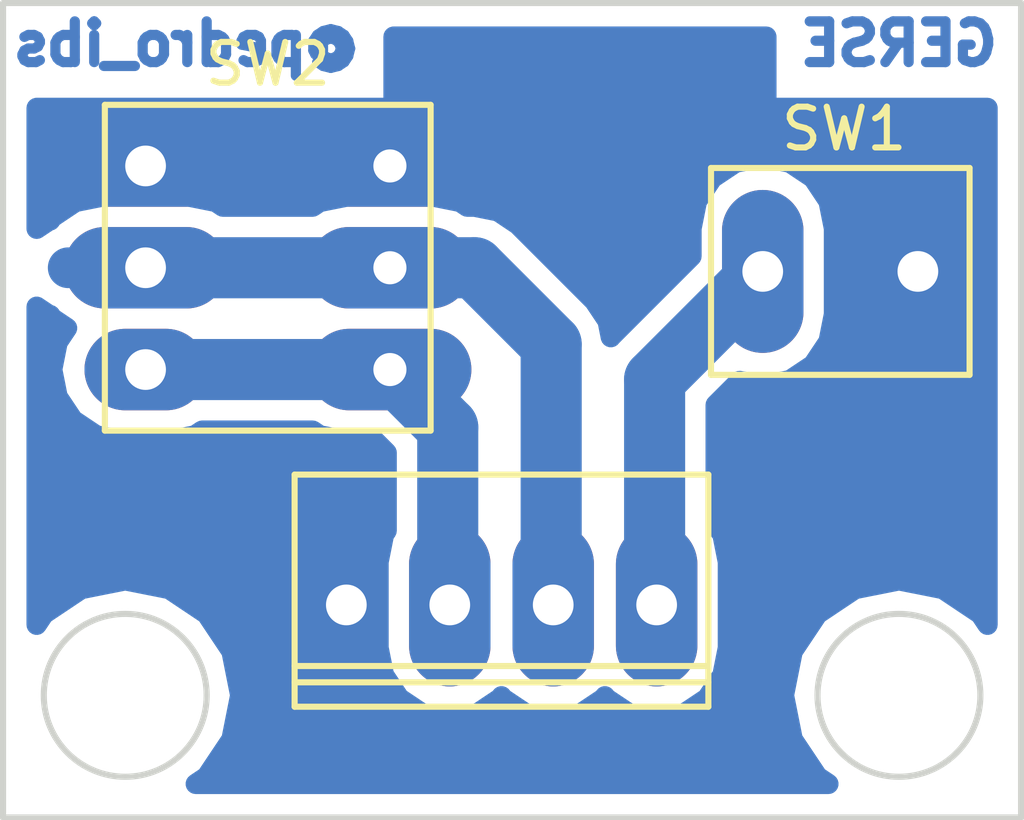
<source format=kicad_pcb>
(kicad_pcb (version 4) (host pcbnew 4.0.2+dfsg1-stable)

  (general
    (links 8)
    (no_connects 0)
    (area 14.924999 14.924999 40.075001 35.075001)
    (thickness 1.6)
    (drawings 8)
    (tracks 13)
    (zones 0)
    (modules 3)
    (nets 5)
  )

  (page A4)
  (title_block
    (title "Módulo Botão molex 2510 4 pinos")
    (date 2017-07-11)
    (rev 1.2)
    (company "Shield Sensor Base Grover GERSE")
    (comment 2 "Pedro Igor B. S.")
  )

  (layers
    (0 F.Cu signal)
    (31 B.Cu signal)
    (32 B.Adhes user)
    (33 F.Adhes user)
    (34 B.Paste user)
    (35 F.Paste user)
    (36 B.SilkS user)
    (37 F.SilkS user)
    (38 B.Mask user)
    (39 F.Mask user)
    (40 Dwgs.User user)
    (41 Cmts.User user)
    (42 Eco1.User user)
    (43 Eco2.User user)
    (44 Edge.Cuts user)
    (45 Margin user)
    (46 B.CrtYd user)
    (47 F.CrtYd user)
    (48 B.Fab user)
    (49 F.Fab user)
  )

  (setup
    (last_trace_width 1.5)
    (user_trace_width 0.8)
    (user_trace_width 1)
    (user_trace_width 1.5)
    (user_trace_width 2)
    (user_trace_width 2.5)
    (user_trace_width 3)
    (trace_clearance 0.2)
    (zone_clearance 0.5)
    (zone_45_only no)
    (trace_min 0.2)
    (segment_width 0.15)
    (edge_width 0.15)
    (via_size 0.6)
    (via_drill 0.4)
    (via_min_size 0.4)
    (via_min_drill 0.3)
    (user_via 1.5 1)
    (user_via 2 1)
    (user_via 2.5 1)
    (user_via 3 1)
    (uvia_size 0.3)
    (uvia_drill 0.1)
    (uvias_allowed no)
    (uvia_min_size 0.2)
    (uvia_min_drill 0.1)
    (pcb_text_width 0.3)
    (pcb_text_size 1.5 1.5)
    (mod_edge_width 0.15)
    (mod_text_size 1 1)
    (mod_text_width 0.15)
    (pad_size 2 4)
    (pad_drill 0.8128)
    (pad_to_mask_clearance 0.2)
    (aux_axis_origin 0 0)
    (grid_origin 12 12)
    (visible_elements 7FFFFF7F)
    (pcbplotparams
      (layerselection 0x00030_80000001)
      (usegerberextensions false)
      (excludeedgelayer true)
      (linewidth 0.100000)
      (plotframeref false)
      (viasonmask false)
      (mode 1)
      (useauxorigin false)
      (hpglpennumber 1)
      (hpglpenspeed 20)
      (hpglpendiameter 15)
      (hpglpenoverlay 2)
      (psnegative false)
      (psa4output false)
      (plotreference true)
      (plotvalue true)
      (plotinvisibletext false)
      (padsonsilk false)
      (subtractmaskfromsilk false)
      (outputformat 1)
      (mirror false)
      (drillshape 1)
      (scaleselection 1)
      (outputdirectory ""))
  )

  (net 0 "")
  (net 1 P9)
  (net 2 P10)
  (net 3 GND)
  (net 4 VCC)

  (net_class Default "This is the default net class."
    (clearance 0.2)
    (trace_width 0.25)
    (via_dia 0.6)
    (via_drill 0.4)
    (uvia_dia 0.3)
    (uvia_drill 0.1)
    (add_net GND)
    (add_net P10)
    (add_net P9)
    (add_net VCC)
  )

  (module MY_kicad:BUTTON2P (layer F.Cu) (tedit 5975581E) (tstamp 59655970)
    (at 33.655 21.59)
    (path /594D8697)
    (fp_text reference SW1 (at 2 -3.5) (layer F.SilkS)
      (effects (font (size 1 1) (thickness 0.15)))
    )
    (fp_text value SW_PUSH (at 0 -3.81) (layer F.Fab) hide
      (effects (font (size 1 1) (thickness 0.15)))
    )
    (fp_line (start 5.08 2.54) (end 5.08 -2.54) (layer F.SilkS) (width 0.15))
    (fp_line (start 5.08 -2.54) (end -1.27 -2.54) (layer F.SilkS) (width 0.15))
    (fp_line (start -1.27 -2.54) (end -1.27 2.54) (layer F.SilkS) (width 0.15))
    (fp_line (start -1.27 2.54) (end 5.08 2.54) (layer F.SilkS) (width 0.15))
    (pad 1 thru_hole oval (at 0 0) (size 2 4) (drill 1) (layers *.Cu *.Mask)
      (net 1 P9))
    (pad 2 thru_hole oval (at 3.81 0) (size 2 4) (drill 1) (layers *.Cu *.Mask)
      (net 3 GND))
  )

  (module MY_kicad:molex_2510 (layer F.Cu) (tedit 59755830) (tstamp 5965596A)
    (at 23.43 29.78)
    (path /594D8BEF)
    (fp_text reference P6 (at 0 -3.81) (layer F.SilkS) hide
      (effects (font (size 1 1) (thickness 0.15)))
    )
    (fp_text value CON5 (at 3.69 -2.43) (layer F.Fab) hide
      (effects (font (size 1 1) (thickness 0.15)))
    )
    (fp_line (start -1.27 1.5) (end 8.89 1.5) (layer F.SilkS) (width 0.15))
    (fp_line (start -1.27 1.9) (end 8.89 1.9) (layer F.SilkS) (width 0.15))
    (fp_line (start 8.89 2.5) (end 8.89 -3.2) (layer F.SilkS) (width 0.15))
    (fp_line (start -1.27 -3.2) (end 8.89 -3.2) (layer F.SilkS) (width 0.15))
    (fp_line (start -1.27 2.5) (end -1.27 -3.2) (layer F.SilkS) (width 0.15))
    (fp_line (start -1.27 2.5) (end 8.89 2.5) (layer F.SilkS) (width 0.15))
    (pad 1 thru_hole oval (at 0 0) (size 2 4) (drill 1) (layers *.Cu *.Mask)
      (net 3 GND))
    (pad 2 thru_hole oval (at 2.54 0) (size 2 4) (drill 1) (layers *.Cu *.Mask)
      (net 4 VCC))
    (pad 3 thru_hole oval (at 5.08 0) (size 2 4) (drill 1) (layers *.Cu *.Mask)
      (net 2 P10))
    (pad 4 thru_hole oval (at 7.62 0) (size 2 4) (drill 1) (layers *.Cu *.Mask)
      (net 1 P9))
  )

  (module Buttons_Switches_ThroughHole:SW_PUSH_x2 (layer F.Cu) (tedit 59755815) (tstamp 5965597A)
    (at 18.5 19 270)
    (descr "Vertical Push Switch")
    (tags "SWITCH DEV PB_22E18 PB_22E19")
    (path /594D91BC)
    (fp_text reference SW2 (at -2.5 -3 360) (layer F.SilkS)
      (effects (font (size 1 1) (thickness 0.15)))
    )
    (fp_text value SP6T (at 2.4765 -8.382 270) (layer F.Fab) hide
      (effects (font (size 1 1) (thickness 0.15)))
    )
    (fp_line (start -1.905 -7.4295) (end 6.9215 -7.4295) (layer F.CrtYd) (width 0.05))
    (fp_line (start 6.9215 -7.4295) (end 6.9215 1.397) (layer F.CrtYd) (width 0.05))
    (fp_line (start -1.905 -7.4295) (end -1.905 1.397) (layer F.CrtYd) (width 0.05))
    (fp_line (start -1.905 1.397) (end 6.9215 1.397) (layer F.CrtYd) (width 0.05))
    (fp_line (start -1.5 1) (end 6.5 1) (layer F.SilkS) (width 0.15))
    (fp_line (start 6.5 1) (end 6.5 -7) (layer F.SilkS) (width 0.15))
    (fp_line (start 6.5 -7) (end -1.5 -7) (layer F.SilkS) (width 0.15))
    (fp_line (start -1.5 -7) (end -1.5 1) (layer F.SilkS) (width 0.15))
    (pad 1 thru_hole oval (at 0 0 270) (size 2 4) (drill 1) (layers *.Cu *.Mask)
      (net 3 GND))
    (pad 2 thru_hole oval (at 2.5 0 270) (size 2 4) (drill 1) (layers *.Cu B.Mask)
      (net 2 P10))
    (pad 3 thru_hole oval (at 5 0 270) (size 2 3) (drill 1) (layers *.Cu *.Mask)
      (net 4 VCC))
    (pad 4 thru_hole oval (at 5 -6 270) (size 2 4) (drill 0.8128) (layers *.Cu *.Mask)
      (net 4 VCC))
    (pad 5 thru_hole oval (at 2.5 -6 270) (size 2 4) (drill 0.8128) (layers *.Cu *.Mask)
      (net 2 P10))
    (pad 6 thru_hole oval (at 0 -6 270) (size 2 4) (drill 0.8128) (layers *.Cu *.Mask)
      (net 3 GND))
  )

  (gr_text GERSE (at 37 16) (layer B.Cu)
    (effects (font (size 1 1) (thickness 0.25)) (justify mirror))
  )
  (gr_text @pedro_ibs (at 19.5 16) (layer B.Cu)
    (effects (font (size 1 1) (thickness 0.25)) (justify mirror))
  )
  (gr_circle (center 37 32) (end 39 32) (layer Edge.Cuts) (width 0.15))
  (gr_circle (center 18 32) (end 20 32) (layer Edge.Cuts) (width 0.15))
  (gr_line (start 40 15) (end 15 15) (angle 90) (layer Edge.Cuts) (width 0.15))
  (gr_line (start 40 35) (end 40 15) (angle 90) (layer Edge.Cuts) (width 0.15))
  (gr_line (start 15 35) (end 40 35) (angle 90) (layer Edge.Cuts) (width 0.15))
  (gr_line (start 15 15) (end 15 35) (angle 90) (layer Edge.Cuts) (width 0.15))

  (segment (start 31 30) (end 31 24.245) (width 1.5) (layer B.Cu) (net 1))
  (segment (start 31 24.245) (end 33.655 21.59) (width 1.5) (layer B.Cu) (net 1) (tstamp 5966D472))
  (segment (start 33.745 21.5) (end 33.655 21.59) (width 1.5) (layer B.Cu) (net 1) (tstamp 5966D2FD) (status 30))
  (segment (start 24.5 21.5) (end 26.58 21.5) (width 1.5) (layer B.Cu) (net 2))
  (segment (start 16.6 21.5) (end 18.5 21.5) (width 1) (layer B.Cu) (net 2) (tstamp 5966D3F7))
  (segment (start 28.46 23.38) (end 28.46 30) (width 1.5) (layer B.Cu) (net 2) (tstamp 5966D479))
  (segment (start 26.58 21.5) (end 28.46 23.38) (width 1.5) (layer B.Cu) (net 2) (tstamp 5966D477))
  (segment (start 17.5 21.5) (end 18.5 21.5) (width 1) (layer B.Cu) (net 2) (tstamp 59655AE4))
  (segment (start 18.5 21.5) (end 17.5 21.5) (width 1.5) (layer B.Cu) (net 2))
  (segment (start 24.5 21.5) (end 18.5 21.5) (width 1.5) (layer B.Cu) (net 2))
  (segment (start 25.92 30) (end 25.92 25.42) (width 1.5) (layer B.Cu) (net 4))
  (segment (start 25.92 25.42) (end 24.5 24) (width 1.5) (layer B.Cu) (net 4) (tstamp 5966D47D))
  (segment (start 18.5 24) (end 24.5 24) (width 1.5) (layer B.Cu) (net 4))

  (zone (net 3) (net_name GND) (layer B.Cu) (tstamp 596559F4) (hatch edge 0.508)
    (connect_pads yes (clearance 0.5))
    (min_thickness 0.5)
    (fill yes (arc_segments 16) (thermal_gap 0.508) (thermal_bridge_width 0.508))
    (polygon
      (pts
        (xy 40 35) (xy 15 35) (xy 15 15) (xy 40 15) (xy 40 35)
      )
    )
    (filled_polygon
      (pts
        (xy 33.744048 17.575) (xy 39.175 17.575) (xy 39.175 30.267955) (xy 38.997577 30.002423) (xy 38.081081 29.39004)
        (xy 37 29.175) (xy 35.918919 29.39004) (xy 35.002423 30.002423) (xy 34.39004 30.918919) (xy 34.175 32)
        (xy 34.39004 33.081081) (xy 35.002423 33.997577) (xy 35.267955 34.175) (xy 19.732045 34.175) (xy 19.997577 33.997577)
        (xy 20.60996 33.081081) (xy 20.825 32) (xy 20.60996 30.918919) (xy 19.997577 30.002423) (xy 19.081081 29.39004)
        (xy 18 29.175) (xy 16.918919 29.39004) (xy 16.002423 30.002423) (xy 15.825 30.267955) (xy 15.825 22.456636)
        (xy 16.121646 22.654849) (xy 16.158387 22.662157) (xy 16.208687 22.737437) (xy 16.572737 22.980687) (xy 16.339131 23.330304)
        (xy 16.20592 24) (xy 16.339131 24.669696) (xy 16.718483 25.237437) (xy 17.286224 25.616789) (xy 17.95592 25.75)
        (xy 19.04408 25.75) (xy 19.713776 25.616789) (xy 19.888563 25.5) (xy 22.601641 25.5) (xy 22.776428 25.616789)
        (xy 23.446124 25.75) (xy 24.12868 25.75) (xy 24.42 26.04132) (xy 24.42 27.956471) (xy 24.353211 28.056428)
        (xy 24.22 28.726124) (xy 24.22 30.833876) (xy 24.353211 31.503572) (xy 24.732563 32.071313) (xy 25.300304 32.450665)
        (xy 25.97 32.583876) (xy 26.639696 32.450665) (xy 27.207437 32.071313) (xy 27.24 32.022579) (xy 27.272563 32.071313)
        (xy 27.840304 32.450665) (xy 28.51 32.583876) (xy 29.179696 32.450665) (xy 29.747437 32.071313) (xy 29.78 32.022579)
        (xy 29.812563 32.071313) (xy 30.380304 32.450665) (xy 31.05 32.583876) (xy 31.719696 32.450665) (xy 32.287437 32.071313)
        (xy 32.666789 31.503572) (xy 32.8 30.833876) (xy 32.8 28.726124) (xy 32.666789 28.056428) (xy 32.5 27.80681)
        (xy 32.5 24.86632) (xy 33.085687 24.280633) (xy 33.655 24.393876) (xy 34.324696 24.260665) (xy 34.892437 23.881313)
        (xy 35.271789 23.313572) (xy 35.405 22.643876) (xy 35.405 20.536124) (xy 35.271789 19.866428) (xy 34.892437 19.298687)
        (xy 34.324696 18.919335) (xy 33.655 18.786124) (xy 32.985304 18.919335) (xy 32.417563 19.298687) (xy 32.038211 19.866428)
        (xy 31.905 20.536124) (xy 31.905 21.21868) (xy 29.93934 23.18434) (xy 29.925269 23.205398) (xy 29.845819 22.805975)
        (xy 29.737508 22.643876) (xy 29.52066 22.319339) (xy 27.64066 20.43934) (xy 27.154025 20.114181) (xy 26.58 20)
        (xy 26.398359 20) (xy 26.223572 19.883211) (xy 25.553876 19.75) (xy 23.446124 19.75) (xy 22.776428 19.883211)
        (xy 22.601641 20) (xy 20.398359 20) (xy 20.223572 19.883211) (xy 19.553876 19.75) (xy 17.446124 19.75)
        (xy 16.776428 19.883211) (xy 16.208687 20.262563) (xy 16.158387 20.337843) (xy 16.121646 20.345151) (xy 15.825 20.543364)
        (xy 15.825 17.575) (xy 24.589286 17.575) (xy 24.589286 15.825) (xy 33.744048 15.825)
      )
    )
  )
)

</source>
